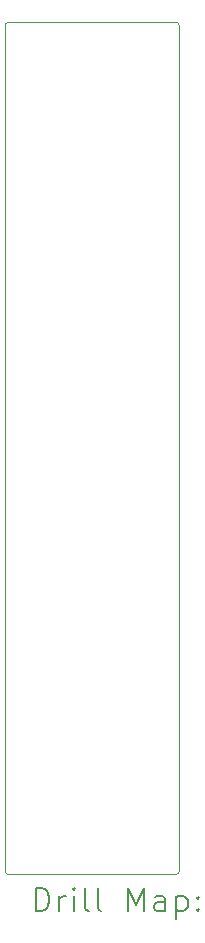
<source format=gbr>
%TF.GenerationSoftware,KiCad,Pcbnew,9.0.4*%
%TF.CreationDate,2025-11-09T10:18:44+13:00*%
%TF.ProjectId,AWS_CPU_Jumper,4157535f-4350-4555-9f4a-756d7065722e,rev?*%
%TF.SameCoordinates,Original*%
%TF.FileFunction,Drillmap*%
%TF.FilePolarity,Positive*%
%FSLAX45Y45*%
G04 Gerber Fmt 4.5, Leading zero omitted, Abs format (unit mm)*
G04 Created by KiCad (PCBNEW 9.0.4) date 2025-11-09 10:18:44*
%MOMM*%
%LPD*%
G01*
G04 APERTURE LIST*
%ADD10C,0.050000*%
%ADD11C,0.200000*%
G04 APERTURE END LIST*
D10*
X12242800Y-13614400D02*
G75*
G02*
X12217400Y-13589000I0J25400D01*
G01*
X13690600Y-13589000D02*
G75*
G02*
X13665200Y-13614400I-25400J0D01*
G01*
X12217400Y-6426200D02*
X12217400Y-13589000D01*
X12217400Y-6426200D02*
G75*
G02*
X12242800Y-6400800I25400J0D01*
G01*
X12242800Y-13614400D02*
X13665200Y-13614400D01*
X13690600Y-13589000D02*
X13690600Y-6426200D01*
X13665200Y-6400800D02*
X12242800Y-6400800D01*
X13665200Y-6400800D02*
G75*
G02*
X13690600Y-6426200I0J-25400D01*
G01*
D11*
X12475677Y-13928384D02*
X12475677Y-13728384D01*
X12475677Y-13728384D02*
X12523296Y-13728384D01*
X12523296Y-13728384D02*
X12551867Y-13737908D01*
X12551867Y-13737908D02*
X12570915Y-13756955D01*
X12570915Y-13756955D02*
X12580439Y-13776003D01*
X12580439Y-13776003D02*
X12589962Y-13814098D01*
X12589962Y-13814098D02*
X12589962Y-13842669D01*
X12589962Y-13842669D02*
X12580439Y-13880765D01*
X12580439Y-13880765D02*
X12570915Y-13899812D01*
X12570915Y-13899812D02*
X12551867Y-13918860D01*
X12551867Y-13918860D02*
X12523296Y-13928384D01*
X12523296Y-13928384D02*
X12475677Y-13928384D01*
X12675677Y-13928384D02*
X12675677Y-13795050D01*
X12675677Y-13833146D02*
X12685201Y-13814098D01*
X12685201Y-13814098D02*
X12694724Y-13804574D01*
X12694724Y-13804574D02*
X12713772Y-13795050D01*
X12713772Y-13795050D02*
X12732820Y-13795050D01*
X12799486Y-13928384D02*
X12799486Y-13795050D01*
X12799486Y-13728384D02*
X12789962Y-13737908D01*
X12789962Y-13737908D02*
X12799486Y-13747431D01*
X12799486Y-13747431D02*
X12809010Y-13737908D01*
X12809010Y-13737908D02*
X12799486Y-13728384D01*
X12799486Y-13728384D02*
X12799486Y-13747431D01*
X12923296Y-13928384D02*
X12904248Y-13918860D01*
X12904248Y-13918860D02*
X12894724Y-13899812D01*
X12894724Y-13899812D02*
X12894724Y-13728384D01*
X13028058Y-13928384D02*
X13009010Y-13918860D01*
X13009010Y-13918860D02*
X12999486Y-13899812D01*
X12999486Y-13899812D02*
X12999486Y-13728384D01*
X13256629Y-13928384D02*
X13256629Y-13728384D01*
X13256629Y-13728384D02*
X13323296Y-13871241D01*
X13323296Y-13871241D02*
X13389962Y-13728384D01*
X13389962Y-13728384D02*
X13389962Y-13928384D01*
X13570915Y-13928384D02*
X13570915Y-13823622D01*
X13570915Y-13823622D02*
X13561391Y-13804574D01*
X13561391Y-13804574D02*
X13542343Y-13795050D01*
X13542343Y-13795050D02*
X13504248Y-13795050D01*
X13504248Y-13795050D02*
X13485201Y-13804574D01*
X13570915Y-13918860D02*
X13551867Y-13928384D01*
X13551867Y-13928384D02*
X13504248Y-13928384D01*
X13504248Y-13928384D02*
X13485201Y-13918860D01*
X13485201Y-13918860D02*
X13475677Y-13899812D01*
X13475677Y-13899812D02*
X13475677Y-13880765D01*
X13475677Y-13880765D02*
X13485201Y-13861717D01*
X13485201Y-13861717D02*
X13504248Y-13852193D01*
X13504248Y-13852193D02*
X13551867Y-13852193D01*
X13551867Y-13852193D02*
X13570915Y-13842669D01*
X13666153Y-13795050D02*
X13666153Y-13995050D01*
X13666153Y-13804574D02*
X13685201Y-13795050D01*
X13685201Y-13795050D02*
X13723296Y-13795050D01*
X13723296Y-13795050D02*
X13742343Y-13804574D01*
X13742343Y-13804574D02*
X13751867Y-13814098D01*
X13751867Y-13814098D02*
X13761391Y-13833146D01*
X13761391Y-13833146D02*
X13761391Y-13890288D01*
X13761391Y-13890288D02*
X13751867Y-13909336D01*
X13751867Y-13909336D02*
X13742343Y-13918860D01*
X13742343Y-13918860D02*
X13723296Y-13928384D01*
X13723296Y-13928384D02*
X13685201Y-13928384D01*
X13685201Y-13928384D02*
X13666153Y-13918860D01*
X13847105Y-13909336D02*
X13856629Y-13918860D01*
X13856629Y-13918860D02*
X13847105Y-13928384D01*
X13847105Y-13928384D02*
X13837582Y-13918860D01*
X13837582Y-13918860D02*
X13847105Y-13909336D01*
X13847105Y-13909336D02*
X13847105Y-13928384D01*
X13847105Y-13804574D02*
X13856629Y-13814098D01*
X13856629Y-13814098D02*
X13847105Y-13823622D01*
X13847105Y-13823622D02*
X13837582Y-13814098D01*
X13837582Y-13814098D02*
X13847105Y-13804574D01*
X13847105Y-13804574D02*
X13847105Y-13823622D01*
M02*

</source>
